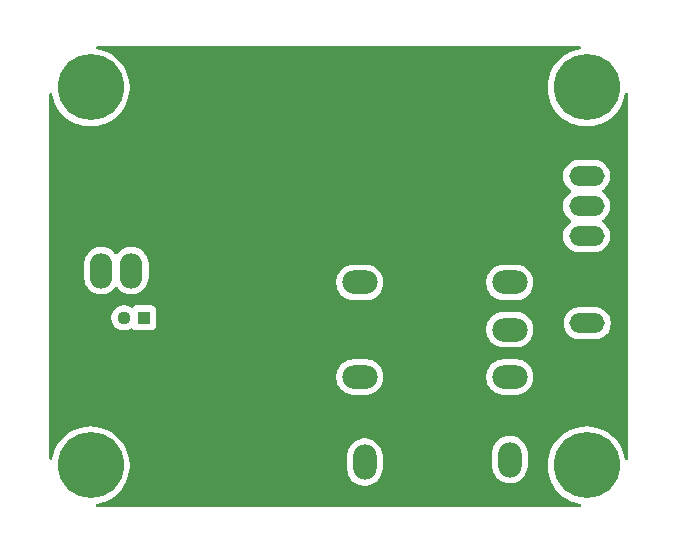
<source format=gbr>
%TF.GenerationSoftware,KiCad,Pcbnew,9.0.3*%
%TF.CreationDate,2026-01-13T18:55:34-07:00*%
%TF.ProjectId,pocket-heat-lab,706f636b-6574-42d6-9865-61742d6c6162,rev?*%
%TF.SameCoordinates,Original*%
%TF.FileFunction,Copper,L1,Top*%
%TF.FilePolarity,Positive*%
%FSLAX46Y46*%
G04 Gerber Fmt 4.6, Leading zero omitted, Abs format (unit mm)*
G04 Created by KiCad (PCBNEW 9.0.3) date 2026-01-13 18:55:34*
%MOMM*%
%LPD*%
G01*
G04 APERTURE LIST*
%TA.AperFunction,ComponentPad*%
%ADD10O,3.000000X2.000000*%
%TD*%
%TA.AperFunction,ComponentPad*%
%ADD11R,1.117600X1.117600*%
%TD*%
%TA.AperFunction,ComponentPad*%
%ADD12C,1.117600*%
%TD*%
%TA.AperFunction,ComponentPad*%
%ADD13C,3.600000*%
%TD*%
%TA.AperFunction,ConnectorPad*%
%ADD14C,5.600000*%
%TD*%
%TA.AperFunction,ComponentPad*%
%ADD15O,3.000000X1.700000*%
%TD*%
%TA.AperFunction,ComponentPad*%
%ADD16R,2.000000X3.000000*%
%TD*%
%TA.AperFunction,ComponentPad*%
%ADD17O,2.000000X3.000000*%
%TD*%
%TA.AperFunction,ComponentPad*%
%ADD18R,3.000000X1.700000*%
%TD*%
%TA.AperFunction,ComponentPad*%
%ADD19O,1.905000X3.000000*%
%TD*%
%TA.AperFunction,ComponentPad*%
%ADD20R,1.905000X3.000000*%
%TD*%
G04 APERTURE END LIST*
D10*
%TO.P,R2,1*%
%TO.N,Led Indicador*%
X139500000Y-88500000D03*
%TO.P,R2,2*%
%TO.N,Net-(D1-A)*%
X126800000Y-88500000D03*
%TD*%
D11*
%TO.P,R4,1*%
%TO.N,5v Arduino*%
X108500000Y-83500000D03*
D12*
%TO.P,R4,2,2*%
%TO.N,Sensor*%
X106823600Y-83500000D03*
%TD*%
D13*
%TO.P,REF\u002A\u002A,1*%
%TO.N,N/C*%
X104000000Y-64000000D03*
D14*
X104000000Y-64000000D03*
%TD*%
D13*
%TO.P,REF\u002A\u002A,1*%
%TO.N,N/C*%
X104000000Y-96000000D03*
D14*
X104000000Y-96000000D03*
%TD*%
D13*
%TO.P,REF\u002A\u002A,1*%
%TO.N,N/C*%
X146000000Y-96000000D03*
D14*
X146000000Y-96000000D03*
%TD*%
D10*
%TO.P,R1,1*%
%TO.N,PWM Calentador*%
X139500000Y-80500000D03*
%TO.P,R1,2*%
%TO.N,Net-(Q1-B)*%
X126800000Y-80500000D03*
%TD*%
D15*
%TO.P,J1,1,Pin_1*%
%TO.N,PWM Calentador*%
X146000000Y-71500000D03*
%TO.P,J1,2,Pin_2*%
%TO.N,Sensor*%
X146000000Y-74040000D03*
%TO.P,J1,3,Pin_3*%
%TO.N,Led Indicador*%
X146000000Y-76580000D03*
%TD*%
D16*
%TO.P,D1,1,K*%
%TO.N,GND*%
X136960000Y-95500000D03*
D17*
%TO.P,D1,2,A*%
%TO.N,Net-(D1-A)*%
X139500000Y-95500000D03*
%TD*%
D15*
%TO.P,J2,1,Pin_1*%
%TO.N,5v Arduino*%
X146050000Y-83960000D03*
D18*
%TO.P,J2,2,Pin_2*%
%TO.N,GND*%
X146050000Y-86500000D03*
%TD*%
D19*
%TO.P,Q1,1,B*%
%TO.N,Net-(Q1-B)*%
X104920000Y-79500000D03*
%TO.P,Q1,2,C*%
%TO.N,12V Potencia*%
X107460000Y-79500000D03*
D20*
%TO.P,Q1,3,E*%
%TO.N,GND*%
X110000000Y-79500000D03*
%TD*%
D10*
%TO.P,R3,1*%
%TO.N,Sensor*%
X139500000Y-84500000D03*
%TO.P,R3,2*%
%TO.N,GND*%
X126800000Y-84500000D03*
%TD*%
D17*
%TO.P,J3,1,Pin_1*%
%TO.N,12V Potencia*%
X127225000Y-95717500D03*
D16*
%TO.P,J3,2,Pin_2*%
%TO.N,GND*%
X129765000Y-95717500D03*
%TD*%
D13*
%TO.P,REF\u002A\u002A,1*%
%TO.N,N/C*%
X146000000Y-64000000D03*
D14*
X146000000Y-64000000D03*
%TD*%
%TA.AperFunction,Conductor*%
%TO.N,GND*%
G36*
X145483417Y-60520185D02*
G01*
X145529172Y-60572989D01*
X145539116Y-60642147D01*
X145510091Y-60705703D01*
X145451313Y-60743477D01*
X145440569Y-60746117D01*
X145197097Y-60794545D01*
X145197086Y-60794548D01*
X144886752Y-60888686D01*
X144587150Y-61012786D01*
X144587145Y-61012788D01*
X144301169Y-61165646D01*
X144301151Y-61165657D01*
X144031532Y-61345811D01*
X144031518Y-61345821D01*
X143780841Y-61551546D01*
X143551546Y-61780841D01*
X143345821Y-62031518D01*
X143345811Y-62031532D01*
X143165657Y-62301151D01*
X143165646Y-62301169D01*
X143012788Y-62587145D01*
X143012786Y-62587150D01*
X142888686Y-62886752D01*
X142794548Y-63197086D01*
X142794545Y-63197097D01*
X142731287Y-63515125D01*
X142731284Y-63515142D01*
X142699500Y-63837860D01*
X142699500Y-64162139D01*
X142731284Y-64484857D01*
X142731287Y-64484874D01*
X142794545Y-64802902D01*
X142794548Y-64802913D01*
X142888686Y-65113247D01*
X143012786Y-65412849D01*
X143012788Y-65412854D01*
X143165646Y-65698830D01*
X143165657Y-65698848D01*
X143345811Y-65968467D01*
X143345821Y-65968481D01*
X143551546Y-66219158D01*
X143780841Y-66448453D01*
X143780846Y-66448457D01*
X143780847Y-66448458D01*
X144031524Y-66654183D01*
X144301158Y-66834347D01*
X144301167Y-66834352D01*
X144301169Y-66834353D01*
X144587145Y-66987211D01*
X144587147Y-66987211D01*
X144587153Y-66987215D01*
X144886754Y-67111314D01*
X145197077Y-67205449D01*
X145197083Y-67205450D01*
X145197086Y-67205451D01*
X145197097Y-67205454D01*
X145396528Y-67245122D01*
X145515132Y-67268714D01*
X145837857Y-67300500D01*
X145837860Y-67300500D01*
X146162140Y-67300500D01*
X146162143Y-67300500D01*
X146484868Y-67268714D01*
X146642295Y-67237399D01*
X146802902Y-67205454D01*
X146802913Y-67205451D01*
X146802913Y-67205450D01*
X146802923Y-67205449D01*
X147113246Y-67111314D01*
X147412847Y-66987215D01*
X147698842Y-66834347D01*
X147968476Y-66654183D01*
X148219153Y-66448458D01*
X148448458Y-66219153D01*
X148654183Y-65968476D01*
X148834347Y-65698842D01*
X148987215Y-65412847D01*
X149111314Y-65113246D01*
X149205449Y-64802923D01*
X149205451Y-64802913D01*
X149205454Y-64802902D01*
X149253883Y-64559430D01*
X149286267Y-64497519D01*
X149346983Y-64462945D01*
X149416753Y-64466684D01*
X149473425Y-64507550D01*
X149499006Y-64572568D01*
X149499500Y-64583621D01*
X149499500Y-95416378D01*
X149479815Y-95483417D01*
X149427011Y-95529172D01*
X149357853Y-95539116D01*
X149294297Y-95510091D01*
X149256523Y-95451313D01*
X149253883Y-95440569D01*
X149205454Y-95197097D01*
X149205451Y-95197086D01*
X149205450Y-95197083D01*
X149205449Y-95197077D01*
X149111314Y-94886754D01*
X148987215Y-94587153D01*
X148903784Y-94431066D01*
X148834353Y-94301169D01*
X148834352Y-94301167D01*
X148834347Y-94301158D01*
X148654183Y-94031524D01*
X148448458Y-93780847D01*
X148448457Y-93780846D01*
X148448453Y-93780841D01*
X148219158Y-93551546D01*
X147968481Y-93345821D01*
X147968480Y-93345820D01*
X147968476Y-93345817D01*
X147698842Y-93165653D01*
X147698837Y-93165650D01*
X147698830Y-93165646D01*
X147412854Y-93012788D01*
X147412849Y-93012786D01*
X147113247Y-92888686D01*
X146802913Y-92794548D01*
X146802902Y-92794545D01*
X146484874Y-92731287D01*
X146484857Y-92731284D01*
X146240812Y-92707248D01*
X146162143Y-92699500D01*
X145837857Y-92699500D01*
X145765099Y-92706666D01*
X145515142Y-92731284D01*
X145515125Y-92731287D01*
X145197097Y-92794545D01*
X145197086Y-92794548D01*
X144886752Y-92888686D01*
X144587150Y-93012786D01*
X144587145Y-93012788D01*
X144301169Y-93165646D01*
X144301151Y-93165657D01*
X144031532Y-93345811D01*
X144031518Y-93345821D01*
X143780841Y-93551546D01*
X143551546Y-93780841D01*
X143345821Y-94031518D01*
X143345811Y-94031532D01*
X143165657Y-94301151D01*
X143165646Y-94301169D01*
X143012788Y-94587145D01*
X143012786Y-94587150D01*
X142888686Y-94886752D01*
X142794548Y-95197086D01*
X142794545Y-95197097D01*
X142731287Y-95515125D01*
X142731284Y-95515142D01*
X142699500Y-95837860D01*
X142699500Y-96162139D01*
X142731284Y-96484857D01*
X142731287Y-96484874D01*
X142794545Y-96802902D01*
X142794548Y-96802913D01*
X142888686Y-97113247D01*
X142959142Y-97283342D01*
X142991730Y-97362017D01*
X143012786Y-97412849D01*
X143012788Y-97412854D01*
X143165646Y-97698830D01*
X143165657Y-97698848D01*
X143345811Y-97968467D01*
X143345821Y-97968481D01*
X143551546Y-98219158D01*
X143780841Y-98448453D01*
X143780846Y-98448457D01*
X143780847Y-98448458D01*
X144031524Y-98654183D01*
X144301158Y-98834347D01*
X144301167Y-98834352D01*
X144301169Y-98834353D01*
X144587145Y-98987211D01*
X144587147Y-98987211D01*
X144587153Y-98987215D01*
X144886754Y-99111314D01*
X145197077Y-99205449D01*
X145197083Y-99205450D01*
X145197086Y-99205451D01*
X145197097Y-99205454D01*
X145440569Y-99253883D01*
X145502480Y-99286268D01*
X145537054Y-99346983D01*
X145533315Y-99416753D01*
X145492449Y-99473425D01*
X145427431Y-99499006D01*
X145416378Y-99499500D01*
X104583622Y-99499500D01*
X104516583Y-99479815D01*
X104470828Y-99427011D01*
X104460884Y-99357853D01*
X104489909Y-99294297D01*
X104548687Y-99256523D01*
X104559431Y-99253883D01*
X104802902Y-99205454D01*
X104802913Y-99205451D01*
X104802913Y-99205450D01*
X104802923Y-99205449D01*
X105113246Y-99111314D01*
X105412847Y-98987215D01*
X105698842Y-98834347D01*
X105968476Y-98654183D01*
X106219153Y-98448458D01*
X106448458Y-98219153D01*
X106654183Y-97968476D01*
X106834347Y-97698842D01*
X106987215Y-97412847D01*
X107111314Y-97113246D01*
X107205449Y-96802923D01*
X107205451Y-96802913D01*
X107205454Y-96802902D01*
X107248201Y-96587993D01*
X107268714Y-96484868D01*
X107300500Y-96162143D01*
X107300500Y-95837857D01*
X107268714Y-95515132D01*
X107245122Y-95396528D01*
X107205454Y-95197097D01*
X107205451Y-95197086D01*
X107205450Y-95197083D01*
X107205449Y-95197077D01*
X107175820Y-95099402D01*
X125724500Y-95099402D01*
X125724500Y-96335597D01*
X125761446Y-96568868D01*
X125834433Y-96793496D01*
X125928194Y-96977510D01*
X125941657Y-97003933D01*
X126080483Y-97195010D01*
X126247490Y-97362017D01*
X126438567Y-97500843D01*
X126537991Y-97551502D01*
X126649003Y-97608066D01*
X126649005Y-97608066D01*
X126649008Y-97608068D01*
X126769412Y-97647189D01*
X126873631Y-97681053D01*
X127106903Y-97718000D01*
X127106908Y-97718000D01*
X127343097Y-97718000D01*
X127576368Y-97681053D01*
X127800992Y-97608068D01*
X128011433Y-97500843D01*
X128202510Y-97362017D01*
X128369517Y-97195010D01*
X128508343Y-97003933D01*
X128615568Y-96793492D01*
X128688553Y-96568868D01*
X128725500Y-96335597D01*
X128725500Y-95099402D01*
X128693353Y-94896434D01*
X128691051Y-94881902D01*
X137999500Y-94881902D01*
X137999500Y-96118097D01*
X138036446Y-96351368D01*
X138109433Y-96575996D01*
X138163812Y-96682719D01*
X138216657Y-96786433D01*
X138355483Y-96977510D01*
X138522490Y-97144517D01*
X138713567Y-97283343D01*
X138812991Y-97334002D01*
X138924003Y-97390566D01*
X138924005Y-97390566D01*
X138924008Y-97390568D01*
X139044412Y-97429689D01*
X139148631Y-97463553D01*
X139381903Y-97500500D01*
X139381908Y-97500500D01*
X139618097Y-97500500D01*
X139851368Y-97463553D01*
X140075992Y-97390568D01*
X140286433Y-97283343D01*
X140477510Y-97144517D01*
X140644517Y-96977510D01*
X140783343Y-96786433D01*
X140890568Y-96575992D01*
X140963553Y-96351368D01*
X140966052Y-96335592D01*
X141000500Y-96118097D01*
X141000500Y-94881902D01*
X140963553Y-94648631D01*
X140929689Y-94544412D01*
X140890568Y-94424008D01*
X140890566Y-94424005D01*
X140890566Y-94424003D01*
X140796805Y-94239988D01*
X140783343Y-94213567D01*
X140644517Y-94022490D01*
X140477510Y-93855483D01*
X140286433Y-93716657D01*
X140075996Y-93609433D01*
X139851368Y-93536446D01*
X139618097Y-93499500D01*
X139618092Y-93499500D01*
X139381908Y-93499500D01*
X139381903Y-93499500D01*
X139148631Y-93536446D01*
X138924003Y-93609433D01*
X138713566Y-93716657D01*
X138625217Y-93780847D01*
X138522490Y-93855483D01*
X138522488Y-93855485D01*
X138522487Y-93855485D01*
X138355485Y-94022487D01*
X138355485Y-94022488D01*
X138355483Y-94022490D01*
X138348914Y-94031532D01*
X138216657Y-94213566D01*
X138109433Y-94424003D01*
X138036446Y-94648631D01*
X137999500Y-94881902D01*
X128691051Y-94881902D01*
X128690657Y-94879416D01*
X128688553Y-94866132D01*
X128615568Y-94641508D01*
X128615566Y-94641505D01*
X128615566Y-94641503D01*
X128508342Y-94431066D01*
X128503214Y-94424008D01*
X128369517Y-94239990D01*
X128202510Y-94072983D01*
X128011433Y-93934157D01*
X127800996Y-93826933D01*
X127576368Y-93753946D01*
X127343097Y-93717000D01*
X127343092Y-93717000D01*
X127106908Y-93717000D01*
X127106903Y-93717000D01*
X126873631Y-93753946D01*
X126649003Y-93826933D01*
X126438566Y-93934157D01*
X126329550Y-94013362D01*
X126247490Y-94072983D01*
X126247488Y-94072985D01*
X126247487Y-94072985D01*
X126080485Y-94239987D01*
X126080485Y-94239988D01*
X126080483Y-94239990D01*
X126036047Y-94301151D01*
X125941657Y-94431066D01*
X125834433Y-94641503D01*
X125761446Y-94866131D01*
X125724500Y-95099402D01*
X107175820Y-95099402D01*
X107111314Y-94886754D01*
X106987215Y-94587153D01*
X106903784Y-94431066D01*
X106834353Y-94301169D01*
X106834352Y-94301167D01*
X106834347Y-94301158D01*
X106654183Y-94031524D01*
X106448458Y-93780847D01*
X106448457Y-93780846D01*
X106448453Y-93780841D01*
X106219158Y-93551546D01*
X105968481Y-93345821D01*
X105968480Y-93345820D01*
X105968476Y-93345817D01*
X105698842Y-93165653D01*
X105698837Y-93165650D01*
X105698830Y-93165646D01*
X105412854Y-93012788D01*
X105412849Y-93012786D01*
X105113247Y-92888686D01*
X104802913Y-92794548D01*
X104802902Y-92794545D01*
X104484874Y-92731287D01*
X104484857Y-92731284D01*
X104240812Y-92707248D01*
X104162143Y-92699500D01*
X103837857Y-92699500D01*
X103765099Y-92706666D01*
X103515142Y-92731284D01*
X103515125Y-92731287D01*
X103197097Y-92794545D01*
X103197086Y-92794548D01*
X102886752Y-92888686D01*
X102587150Y-93012786D01*
X102587145Y-93012788D01*
X102301169Y-93165646D01*
X102301151Y-93165657D01*
X102031532Y-93345811D01*
X102031518Y-93345821D01*
X101780841Y-93551546D01*
X101551546Y-93780841D01*
X101345821Y-94031518D01*
X101345811Y-94031532D01*
X101165657Y-94301151D01*
X101165646Y-94301169D01*
X101012788Y-94587145D01*
X101012786Y-94587150D01*
X100888686Y-94886752D01*
X100794548Y-95197086D01*
X100794545Y-95197097D01*
X100746117Y-95440569D01*
X100713732Y-95502480D01*
X100653017Y-95537054D01*
X100583247Y-95533315D01*
X100526575Y-95492449D01*
X100500994Y-95427431D01*
X100500500Y-95416378D01*
X100500500Y-88381902D01*
X124799500Y-88381902D01*
X124799500Y-88618097D01*
X124836446Y-88851368D01*
X124909433Y-89075996D01*
X125016657Y-89286433D01*
X125155483Y-89477510D01*
X125322490Y-89644517D01*
X125513567Y-89783343D01*
X125612991Y-89834002D01*
X125724003Y-89890566D01*
X125724005Y-89890566D01*
X125724008Y-89890568D01*
X125844412Y-89929689D01*
X125948631Y-89963553D01*
X126181903Y-90000500D01*
X126181908Y-90000500D01*
X127418097Y-90000500D01*
X127651368Y-89963553D01*
X127875992Y-89890568D01*
X128086433Y-89783343D01*
X128277510Y-89644517D01*
X128444517Y-89477510D01*
X128583343Y-89286433D01*
X128690568Y-89075992D01*
X128763553Y-88851368D01*
X128800500Y-88618097D01*
X128800500Y-88381902D01*
X137499500Y-88381902D01*
X137499500Y-88618097D01*
X137536446Y-88851368D01*
X137609433Y-89075996D01*
X137716657Y-89286433D01*
X137855483Y-89477510D01*
X138022490Y-89644517D01*
X138213567Y-89783343D01*
X138312991Y-89834002D01*
X138424003Y-89890566D01*
X138424005Y-89890566D01*
X138424008Y-89890568D01*
X138544412Y-89929689D01*
X138648631Y-89963553D01*
X138881903Y-90000500D01*
X138881908Y-90000500D01*
X140118097Y-90000500D01*
X140351368Y-89963553D01*
X140575992Y-89890568D01*
X140786433Y-89783343D01*
X140977510Y-89644517D01*
X141144517Y-89477510D01*
X141283343Y-89286433D01*
X141390568Y-89075992D01*
X141463553Y-88851368D01*
X141500500Y-88618097D01*
X141500500Y-88381902D01*
X141463553Y-88148631D01*
X141390566Y-87924003D01*
X141283342Y-87713566D01*
X141144517Y-87522490D01*
X140977510Y-87355483D01*
X140786433Y-87216657D01*
X140575996Y-87109433D01*
X140351368Y-87036446D01*
X140118097Y-86999500D01*
X140118092Y-86999500D01*
X138881908Y-86999500D01*
X138881903Y-86999500D01*
X138648631Y-87036446D01*
X138424003Y-87109433D01*
X138213566Y-87216657D01*
X138104550Y-87295862D01*
X138022490Y-87355483D01*
X138022488Y-87355485D01*
X138022487Y-87355485D01*
X137855485Y-87522487D01*
X137855485Y-87522488D01*
X137855483Y-87522490D01*
X137795862Y-87604550D01*
X137716657Y-87713566D01*
X137609433Y-87924003D01*
X137536446Y-88148631D01*
X137499500Y-88381902D01*
X128800500Y-88381902D01*
X128763553Y-88148631D01*
X128690566Y-87924003D01*
X128583342Y-87713566D01*
X128444517Y-87522490D01*
X128277510Y-87355483D01*
X128086433Y-87216657D01*
X127875996Y-87109433D01*
X127651368Y-87036446D01*
X127418097Y-86999500D01*
X127418092Y-86999500D01*
X126181908Y-86999500D01*
X126181903Y-86999500D01*
X125948631Y-87036446D01*
X125724003Y-87109433D01*
X125513566Y-87216657D01*
X125404550Y-87295862D01*
X125322490Y-87355483D01*
X125322488Y-87355485D01*
X125322487Y-87355485D01*
X125155485Y-87522487D01*
X125155485Y-87522488D01*
X125155483Y-87522490D01*
X125095862Y-87604550D01*
X125016657Y-87713566D01*
X124909433Y-87924003D01*
X124836446Y-88148631D01*
X124799500Y-88381902D01*
X100500500Y-88381902D01*
X100500500Y-83604334D01*
X105764299Y-83604334D01*
X105805007Y-83808980D01*
X105805009Y-83808986D01*
X105884861Y-84001768D01*
X106000784Y-84175259D01*
X106000790Y-84175267D01*
X106148332Y-84322809D01*
X106148340Y-84322815D01*
X106321831Y-84438738D01*
X106378295Y-84462126D01*
X106514614Y-84518591D01*
X106514618Y-84518591D01*
X106514619Y-84518592D01*
X106719265Y-84559300D01*
X106719268Y-84559300D01*
X106927934Y-84559300D01*
X107065614Y-84531912D01*
X107132586Y-84518591D01*
X107325366Y-84438739D01*
X107410986Y-84381529D01*
X107477663Y-84360652D01*
X107545043Y-84379136D01*
X107579140Y-84410318D01*
X107583647Y-84416339D01*
X107583652Y-84416343D01*
X107583654Y-84416346D01*
X107583657Y-84416348D01*
X107698864Y-84502593D01*
X107698871Y-84502597D01*
X107833717Y-84552891D01*
X107833716Y-84552891D01*
X107840644Y-84553635D01*
X107893327Y-84559300D01*
X109106672Y-84559299D01*
X109166283Y-84552891D01*
X109301131Y-84502596D01*
X109416346Y-84416346D01*
X109442131Y-84381902D01*
X137499500Y-84381902D01*
X137499500Y-84618097D01*
X137536446Y-84851368D01*
X137609433Y-85075996D01*
X137711976Y-85277246D01*
X137716657Y-85286433D01*
X137855483Y-85477510D01*
X138022490Y-85644517D01*
X138213567Y-85783343D01*
X138312991Y-85834002D01*
X138424003Y-85890566D01*
X138424005Y-85890566D01*
X138424008Y-85890568D01*
X138544412Y-85929689D01*
X138648631Y-85963553D01*
X138881903Y-86000500D01*
X138881908Y-86000500D01*
X140118097Y-86000500D01*
X140351368Y-85963553D01*
X140575992Y-85890568D01*
X140786433Y-85783343D01*
X140977510Y-85644517D01*
X141144517Y-85477510D01*
X141283343Y-85286433D01*
X141390568Y-85075992D01*
X141463553Y-84851368D01*
X141465387Y-84839786D01*
X141500500Y-84618097D01*
X141500500Y-84381902D01*
X141463553Y-84148631D01*
X141436797Y-84066286D01*
X141390568Y-83924008D01*
X141390565Y-83924004D01*
X141390565Y-83924001D01*
X141380953Y-83905137D01*
X141380952Y-83905136D01*
X141354751Y-83853713D01*
X144049500Y-83853713D01*
X144049500Y-84066286D01*
X144066759Y-84175259D01*
X144082754Y-84276243D01*
X144135552Y-84438739D01*
X144148444Y-84478414D01*
X144244951Y-84667820D01*
X144369890Y-84839786D01*
X144520213Y-84990109D01*
X144692179Y-85115048D01*
X144692181Y-85115049D01*
X144692184Y-85115051D01*
X144881588Y-85211557D01*
X145083757Y-85277246D01*
X145293713Y-85310500D01*
X145293714Y-85310500D01*
X146806286Y-85310500D01*
X146806287Y-85310500D01*
X147016243Y-85277246D01*
X147218412Y-85211557D01*
X147407816Y-85115051D01*
X147461571Y-85075996D01*
X147579786Y-84990109D01*
X147579788Y-84990106D01*
X147579792Y-84990104D01*
X147730104Y-84839792D01*
X147730106Y-84839788D01*
X147730109Y-84839786D01*
X147855048Y-84667820D01*
X147855047Y-84667820D01*
X147855051Y-84667816D01*
X147951557Y-84478412D01*
X148017246Y-84276243D01*
X148050500Y-84066287D01*
X148050500Y-83853713D01*
X148017246Y-83643757D01*
X147951557Y-83441588D01*
X147855051Y-83252184D01*
X147855049Y-83252181D01*
X147855048Y-83252179D01*
X147730109Y-83080213D01*
X147579786Y-82929890D01*
X147407820Y-82804951D01*
X147218414Y-82708444D01*
X147218413Y-82708443D01*
X147218412Y-82708443D01*
X147016243Y-82642754D01*
X147016241Y-82642753D01*
X147016240Y-82642753D01*
X146854957Y-82617208D01*
X146806287Y-82609500D01*
X145293713Y-82609500D01*
X145245042Y-82617208D01*
X145083760Y-82642753D01*
X145083757Y-82642754D01*
X144911048Y-82698871D01*
X144881585Y-82708444D01*
X144692179Y-82804951D01*
X144520213Y-82929890D01*
X144369890Y-83080213D01*
X144244951Y-83252179D01*
X144148444Y-83441585D01*
X144082753Y-83643760D01*
X144049500Y-83853713D01*
X141354751Y-83853713D01*
X141283342Y-83713566D01*
X141144517Y-83522490D01*
X140977510Y-83355483D01*
X140786433Y-83216657D01*
X140736104Y-83191013D01*
X140575996Y-83109433D01*
X140351368Y-83036446D01*
X140118097Y-82999500D01*
X140118092Y-82999500D01*
X138881908Y-82999500D01*
X138881903Y-82999500D01*
X138648631Y-83036446D01*
X138424003Y-83109433D01*
X138213566Y-83216657D01*
X138164675Y-83252179D01*
X138022490Y-83355483D01*
X138022488Y-83355485D01*
X138022487Y-83355485D01*
X137855485Y-83522487D01*
X137855485Y-83522488D01*
X137855483Y-83522490D01*
X137796021Y-83604332D01*
X137716657Y-83713566D01*
X137609433Y-83924003D01*
X137536446Y-84148631D01*
X137499500Y-84381902D01*
X109442131Y-84381902D01*
X109476417Y-84336101D01*
X109501404Y-84302724D01*
X109501404Y-84302723D01*
X109502596Y-84301131D01*
X109552891Y-84166283D01*
X109559300Y-84106673D01*
X109559299Y-82893328D01*
X109552891Y-82833717D01*
X109549541Y-82824736D01*
X109502597Y-82698871D01*
X109502593Y-82698864D01*
X109416347Y-82583655D01*
X109416344Y-82583652D01*
X109301135Y-82497406D01*
X109301128Y-82497402D01*
X109166282Y-82447108D01*
X109166283Y-82447108D01*
X109106683Y-82440701D01*
X109106681Y-82440700D01*
X109106673Y-82440700D01*
X109106664Y-82440700D01*
X107893329Y-82440700D01*
X107893323Y-82440701D01*
X107833716Y-82447108D01*
X107698871Y-82497402D01*
X107698864Y-82497406D01*
X107583655Y-82583652D01*
X107583653Y-82583654D01*
X107579141Y-82589682D01*
X107523206Y-82631551D01*
X107453514Y-82636533D01*
X107410987Y-82618470D01*
X107325368Y-82561261D01*
X107132586Y-82481409D01*
X107132580Y-82481407D01*
X106927934Y-82440700D01*
X106927932Y-82440700D01*
X106719268Y-82440700D01*
X106719266Y-82440700D01*
X106514619Y-82481407D01*
X106514613Y-82481409D01*
X106321831Y-82561261D01*
X106148340Y-82677184D01*
X106148332Y-82677190D01*
X106000790Y-82824732D01*
X106000784Y-82824740D01*
X105884861Y-82998231D01*
X105805009Y-83191013D01*
X105805007Y-83191019D01*
X105764300Y-83395665D01*
X105764300Y-83395668D01*
X105764300Y-83604332D01*
X105764300Y-83604334D01*
X105764299Y-83604334D01*
X100500500Y-83604334D01*
X100500500Y-78838146D01*
X103467000Y-78838146D01*
X103467000Y-80161853D01*
X103502778Y-80387746D01*
X103502778Y-80387749D01*
X103573450Y-80605255D01*
X103650000Y-80755492D01*
X103677283Y-80809038D01*
X103811714Y-80994066D01*
X103973434Y-81155786D01*
X104158462Y-81290217D01*
X104362242Y-81394048D01*
X104362244Y-81394049D01*
X104579751Y-81464721D01*
X104579752Y-81464721D01*
X104579755Y-81464722D01*
X104805646Y-81500500D01*
X104805647Y-81500500D01*
X105034353Y-81500500D01*
X105034354Y-81500500D01*
X105260245Y-81464722D01*
X105260248Y-81464721D01*
X105260249Y-81464721D01*
X105477755Y-81394049D01*
X105477755Y-81394048D01*
X105477758Y-81394048D01*
X105681538Y-81290217D01*
X105866566Y-81155786D01*
X106028286Y-80994066D01*
X106089683Y-80909559D01*
X106145012Y-80866896D01*
X106214625Y-80860917D01*
X106276420Y-80893523D01*
X106290314Y-80909556D01*
X106351714Y-80994066D01*
X106513434Y-81155786D01*
X106698462Y-81290217D01*
X106902242Y-81394048D01*
X106902244Y-81394049D01*
X107119751Y-81464721D01*
X107119752Y-81464721D01*
X107119755Y-81464722D01*
X107345646Y-81500500D01*
X107345647Y-81500500D01*
X107574353Y-81500500D01*
X107574354Y-81500500D01*
X107800245Y-81464722D01*
X107800248Y-81464721D01*
X107800249Y-81464721D01*
X108017755Y-81394049D01*
X108017755Y-81394048D01*
X108017758Y-81394048D01*
X108221538Y-81290217D01*
X108406566Y-81155786D01*
X108568286Y-80994066D01*
X108702717Y-80809038D01*
X108806548Y-80605258D01*
X108877222Y-80387745D01*
X108878147Y-80381902D01*
X124799500Y-80381902D01*
X124799500Y-80618097D01*
X124836446Y-80851368D01*
X124909433Y-81075996D01*
X125016657Y-81286433D01*
X125155483Y-81477510D01*
X125322490Y-81644517D01*
X125513567Y-81783343D01*
X125612991Y-81834002D01*
X125724003Y-81890566D01*
X125724005Y-81890566D01*
X125724008Y-81890568D01*
X125844412Y-81929689D01*
X125948631Y-81963553D01*
X126181903Y-82000500D01*
X126181908Y-82000500D01*
X127418097Y-82000500D01*
X127651368Y-81963553D01*
X127875992Y-81890568D01*
X128086433Y-81783343D01*
X128277510Y-81644517D01*
X128444517Y-81477510D01*
X128583343Y-81286433D01*
X128690568Y-81075992D01*
X128763553Y-80851368D01*
X128800500Y-80618097D01*
X128800500Y-80381902D01*
X137499500Y-80381902D01*
X137499500Y-80618097D01*
X137536446Y-80851368D01*
X137609433Y-81075996D01*
X137716657Y-81286433D01*
X137855483Y-81477510D01*
X138022490Y-81644517D01*
X138213567Y-81783343D01*
X138312991Y-81834002D01*
X138424003Y-81890566D01*
X138424005Y-81890566D01*
X138424008Y-81890568D01*
X138544412Y-81929689D01*
X138648631Y-81963553D01*
X138881903Y-82000500D01*
X138881908Y-82000500D01*
X140118097Y-82000500D01*
X140351368Y-81963553D01*
X140575992Y-81890568D01*
X140786433Y-81783343D01*
X140977510Y-81644517D01*
X141144517Y-81477510D01*
X141283343Y-81286433D01*
X141390568Y-81075992D01*
X141463553Y-80851368D01*
X141500500Y-80618097D01*
X141500500Y-80381902D01*
X141463553Y-80148631D01*
X141390566Y-79924003D01*
X141283342Y-79713566D01*
X141144517Y-79522490D01*
X140977510Y-79355483D01*
X140786433Y-79216657D01*
X140575996Y-79109433D01*
X140351368Y-79036446D01*
X140118097Y-78999500D01*
X140118092Y-78999500D01*
X138881908Y-78999500D01*
X138881903Y-78999500D01*
X138648631Y-79036446D01*
X138424003Y-79109433D01*
X138213566Y-79216657D01*
X138104550Y-79295862D01*
X138022490Y-79355483D01*
X138022488Y-79355485D01*
X138022487Y-79355485D01*
X137855485Y-79522487D01*
X137855485Y-79522488D01*
X137855483Y-79522490D01*
X137795862Y-79604550D01*
X137716657Y-79713566D01*
X137609433Y-79924003D01*
X137536446Y-80148631D01*
X137499500Y-80381902D01*
X128800500Y-80381902D01*
X128763553Y-80148631D01*
X128690566Y-79924003D01*
X128583342Y-79713566D01*
X128444517Y-79522490D01*
X128277510Y-79355483D01*
X128086433Y-79216657D01*
X127875996Y-79109433D01*
X127651368Y-79036446D01*
X127418097Y-78999500D01*
X127418092Y-78999500D01*
X126181908Y-78999500D01*
X126181903Y-78999500D01*
X125948631Y-79036446D01*
X125724003Y-79109433D01*
X125513566Y-79216657D01*
X125404550Y-79295862D01*
X125322490Y-79355483D01*
X125322488Y-79355485D01*
X125322487Y-79355485D01*
X125155485Y-79522487D01*
X125155485Y-79522488D01*
X125155483Y-79522490D01*
X125095862Y-79604550D01*
X125016657Y-79713566D01*
X124909433Y-79924003D01*
X124836446Y-80148631D01*
X124799500Y-80381902D01*
X108878147Y-80381902D01*
X108913000Y-80161854D01*
X108913000Y-78838146D01*
X108877222Y-78612255D01*
X108877221Y-78612251D01*
X108877221Y-78612250D01*
X108806549Y-78394744D01*
X108806548Y-78394742D01*
X108702717Y-78190962D01*
X108568286Y-78005934D01*
X108406566Y-77844214D01*
X108221538Y-77709783D01*
X108025917Y-77610109D01*
X108017755Y-77605950D01*
X107800248Y-77535278D01*
X107630826Y-77508444D01*
X107574354Y-77499500D01*
X107345646Y-77499500D01*
X107270349Y-77511426D01*
X107119753Y-77535278D01*
X107119750Y-77535278D01*
X106902244Y-77605950D01*
X106698461Y-77709783D01*
X106592896Y-77786480D01*
X106513434Y-77844214D01*
X106513432Y-77844216D01*
X106513431Y-77844216D01*
X106351715Y-78005932D01*
X106290318Y-78090438D01*
X106234987Y-78133103D01*
X106165374Y-78139082D01*
X106103579Y-78106476D01*
X106089682Y-78090438D01*
X106078773Y-78075423D01*
X106028286Y-78005934D01*
X105866566Y-77844214D01*
X105681538Y-77709783D01*
X105485917Y-77610109D01*
X105477755Y-77605950D01*
X105260248Y-77535278D01*
X105090826Y-77508444D01*
X105034354Y-77499500D01*
X104805646Y-77499500D01*
X104730349Y-77511426D01*
X104579753Y-77535278D01*
X104579750Y-77535278D01*
X104362244Y-77605950D01*
X104158461Y-77709783D01*
X104052896Y-77786480D01*
X103973434Y-77844214D01*
X103973432Y-77844216D01*
X103973431Y-77844216D01*
X103811716Y-78005931D01*
X103811716Y-78005932D01*
X103811714Y-78005934D01*
X103753980Y-78085396D01*
X103677283Y-78190961D01*
X103573450Y-78394744D01*
X103502778Y-78612250D01*
X103502778Y-78612253D01*
X103467000Y-78838146D01*
X100500500Y-78838146D01*
X100500500Y-71393713D01*
X143999500Y-71393713D01*
X143999500Y-71606286D01*
X144032753Y-71816239D01*
X144098444Y-72018414D01*
X144194951Y-72207820D01*
X144319890Y-72379786D01*
X144470213Y-72530109D01*
X144642182Y-72655050D01*
X144650946Y-72659516D01*
X144701742Y-72707491D01*
X144718536Y-72775312D01*
X144695998Y-72841447D01*
X144650946Y-72880484D01*
X144642182Y-72884949D01*
X144470213Y-73009890D01*
X144319890Y-73160213D01*
X144194951Y-73332179D01*
X144098444Y-73521585D01*
X144032753Y-73723760D01*
X143999500Y-73933713D01*
X143999500Y-74146286D01*
X144032753Y-74356239D01*
X144098444Y-74558414D01*
X144194951Y-74747820D01*
X144319890Y-74919786D01*
X144470213Y-75070109D01*
X144642182Y-75195050D01*
X144650946Y-75199516D01*
X144701742Y-75247491D01*
X144718536Y-75315312D01*
X144695998Y-75381447D01*
X144650946Y-75420484D01*
X144642182Y-75424949D01*
X144470213Y-75549890D01*
X144319890Y-75700213D01*
X144194951Y-75872179D01*
X144098444Y-76061585D01*
X144032753Y-76263760D01*
X143999500Y-76473713D01*
X143999500Y-76686286D01*
X144032753Y-76896239D01*
X144098444Y-77098414D01*
X144194951Y-77287820D01*
X144319890Y-77459786D01*
X144470213Y-77610109D01*
X144642179Y-77735048D01*
X144642181Y-77735049D01*
X144642184Y-77735051D01*
X144831588Y-77831557D01*
X145033757Y-77897246D01*
X145243713Y-77930500D01*
X145243714Y-77930500D01*
X146756286Y-77930500D01*
X146756287Y-77930500D01*
X146966243Y-77897246D01*
X147168412Y-77831557D01*
X147357816Y-77735051D01*
X147392595Y-77709783D01*
X147529786Y-77610109D01*
X147529788Y-77610106D01*
X147529792Y-77610104D01*
X147680104Y-77459792D01*
X147680106Y-77459788D01*
X147680109Y-77459786D01*
X147805048Y-77287820D01*
X147805047Y-77287820D01*
X147805051Y-77287816D01*
X147901557Y-77098412D01*
X147967246Y-76896243D01*
X148000500Y-76686287D01*
X148000500Y-76473713D01*
X147967246Y-76263757D01*
X147901557Y-76061588D01*
X147805051Y-75872184D01*
X147805049Y-75872181D01*
X147805048Y-75872179D01*
X147680109Y-75700213D01*
X147529786Y-75549890D01*
X147357820Y-75424951D01*
X147357115Y-75424591D01*
X147349054Y-75420485D01*
X147298259Y-75372512D01*
X147281463Y-75304692D01*
X147303999Y-75238556D01*
X147349054Y-75199515D01*
X147357816Y-75195051D01*
X147379789Y-75179086D01*
X147529786Y-75070109D01*
X147529788Y-75070106D01*
X147529792Y-75070104D01*
X147680104Y-74919792D01*
X147680106Y-74919788D01*
X147680109Y-74919786D01*
X147805048Y-74747820D01*
X147805047Y-74747820D01*
X147805051Y-74747816D01*
X147901557Y-74558412D01*
X147967246Y-74356243D01*
X148000500Y-74146287D01*
X148000500Y-73933713D01*
X147967246Y-73723757D01*
X147901557Y-73521588D01*
X147805051Y-73332184D01*
X147805049Y-73332181D01*
X147805048Y-73332179D01*
X147680109Y-73160213D01*
X147529786Y-73009890D01*
X147357820Y-72884951D01*
X147357115Y-72884591D01*
X147349054Y-72880485D01*
X147298259Y-72832512D01*
X147281463Y-72764692D01*
X147303999Y-72698556D01*
X147349054Y-72659515D01*
X147357816Y-72655051D01*
X147379789Y-72639086D01*
X147529786Y-72530109D01*
X147529788Y-72530106D01*
X147529792Y-72530104D01*
X147680104Y-72379792D01*
X147680106Y-72379788D01*
X147680109Y-72379786D01*
X147805048Y-72207820D01*
X147805047Y-72207820D01*
X147805051Y-72207816D01*
X147901557Y-72018412D01*
X147967246Y-71816243D01*
X148000500Y-71606287D01*
X148000500Y-71393713D01*
X147967246Y-71183757D01*
X147901557Y-70981588D01*
X147805051Y-70792184D01*
X147805049Y-70792181D01*
X147805048Y-70792179D01*
X147680109Y-70620213D01*
X147529786Y-70469890D01*
X147357820Y-70344951D01*
X147168414Y-70248444D01*
X147168413Y-70248443D01*
X147168412Y-70248443D01*
X146966243Y-70182754D01*
X146966241Y-70182753D01*
X146966240Y-70182753D01*
X146804957Y-70157208D01*
X146756287Y-70149500D01*
X145243713Y-70149500D01*
X145195042Y-70157208D01*
X145033760Y-70182753D01*
X144831585Y-70248444D01*
X144642179Y-70344951D01*
X144470213Y-70469890D01*
X144319890Y-70620213D01*
X144194951Y-70792179D01*
X144098444Y-70981585D01*
X144032753Y-71183760D01*
X143999500Y-71393713D01*
X100500500Y-71393713D01*
X100500500Y-64583621D01*
X100520185Y-64516582D01*
X100572989Y-64470827D01*
X100642147Y-64460883D01*
X100705703Y-64489908D01*
X100743477Y-64548686D01*
X100746117Y-64559430D01*
X100794545Y-64802902D01*
X100794548Y-64802913D01*
X100888686Y-65113247D01*
X101012786Y-65412849D01*
X101012788Y-65412854D01*
X101165646Y-65698830D01*
X101165657Y-65698848D01*
X101345811Y-65968467D01*
X101345821Y-65968481D01*
X101551546Y-66219158D01*
X101780841Y-66448453D01*
X101780846Y-66448457D01*
X101780847Y-66448458D01*
X102031524Y-66654183D01*
X102301158Y-66834347D01*
X102301167Y-66834352D01*
X102301169Y-66834353D01*
X102587145Y-66987211D01*
X102587147Y-66987211D01*
X102587153Y-66987215D01*
X102886754Y-67111314D01*
X103197077Y-67205449D01*
X103197083Y-67205450D01*
X103197086Y-67205451D01*
X103197097Y-67205454D01*
X103396528Y-67245122D01*
X103515132Y-67268714D01*
X103837857Y-67300500D01*
X103837860Y-67300500D01*
X104162140Y-67300500D01*
X104162143Y-67300500D01*
X104484868Y-67268714D01*
X104642295Y-67237399D01*
X104802902Y-67205454D01*
X104802913Y-67205451D01*
X104802913Y-67205450D01*
X104802923Y-67205449D01*
X105113246Y-67111314D01*
X105412847Y-66987215D01*
X105698842Y-66834347D01*
X105968476Y-66654183D01*
X106219153Y-66448458D01*
X106448458Y-66219153D01*
X106654183Y-65968476D01*
X106834347Y-65698842D01*
X106987215Y-65412847D01*
X107111314Y-65113246D01*
X107205449Y-64802923D01*
X107205451Y-64802913D01*
X107205454Y-64802902D01*
X107251269Y-64572568D01*
X107268714Y-64484868D01*
X107300500Y-64162143D01*
X107300500Y-63837857D01*
X107268714Y-63515132D01*
X107229359Y-63317281D01*
X107205454Y-63197097D01*
X107205451Y-63197086D01*
X107205450Y-63197083D01*
X107205449Y-63197077D01*
X107111314Y-62886754D01*
X106987215Y-62587153D01*
X106834347Y-62301158D01*
X106654183Y-62031524D01*
X106448458Y-61780847D01*
X106448457Y-61780846D01*
X106448453Y-61780841D01*
X106219158Y-61551546D01*
X105968481Y-61345821D01*
X105968480Y-61345820D01*
X105968476Y-61345817D01*
X105698842Y-61165653D01*
X105698837Y-61165650D01*
X105698830Y-61165646D01*
X105412854Y-61012788D01*
X105412849Y-61012786D01*
X105113247Y-60888686D01*
X104802913Y-60794548D01*
X104802902Y-60794545D01*
X104559431Y-60746117D01*
X104497520Y-60713732D01*
X104462946Y-60653017D01*
X104466685Y-60583247D01*
X104507551Y-60526575D01*
X104572569Y-60500994D01*
X104583622Y-60500500D01*
X145416378Y-60500500D01*
X145483417Y-60520185D01*
G37*
%TD.AperFunction*%
%TD*%
M02*

</source>
